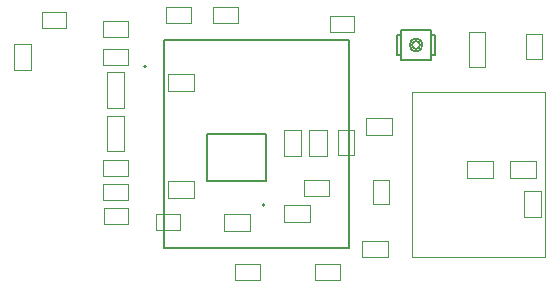
<source format=gbr>
G04*
G04 #@! TF.GenerationSoftware,Altium Limited,Altium Designer,23.0.1 (38)*
G04*
G04 Layer_Color=16711935*
%FSLAX25Y25*%
%MOIN*%
G70*
G04*
G04 #@! TF.SameCoordinates,8F8842E6-A163-4070-9E61-B2F925759E80*
G04*
G04*
G04 #@! TF.FilePolarity,Positive*
G04*
G01*
G75*
%ADD10C,0.00787*%
%ADD13C,0.00500*%
%ADD14C,0.00394*%
D10*
X385752Y229252D02*
G03*
X385752Y229252I-394J0D01*
G01*
X346189Y275402D02*
G03*
X346189Y275402I-394J0D01*
G01*
D13*
X437541Y282539D02*
G03*
X437541Y282539I-1309J0D01*
G01*
X438364D02*
G03*
X438364Y282539I-2171J0D01*
G01*
X386343Y237126D02*
Y252874D01*
X366657Y237126D02*
Y252874D01*
Y237126D02*
X386343D01*
X366657Y252874D02*
X386343D01*
X431075Y277382D02*
Y279075D01*
Y287618D01*
X441311Y277382D02*
Y287618D01*
X441626Y285925D02*
X442374D01*
Y279075D02*
Y285925D01*
X441468Y279075D02*
X442374D01*
X430012D02*
Y285925D01*
X430957D01*
Y285965D01*
X431075Y277382D02*
X441311D01*
X431075Y287618D02*
X441311D01*
X430012Y279075D02*
X431075D01*
X352095Y284260D02*
X413905D01*
Y214968D02*
Y284260D01*
X352095Y214968D02*
X413905D01*
X352095D02*
Y284260D01*
D14*
X353669Y231646D02*
X362331D01*
X353669Y237354D02*
X362331D01*
X353669Y231646D02*
Y237354D01*
X362331Y231646D02*
Y237354D01*
X319634Y288342D02*
Y293657D01*
X311366Y288342D02*
Y293657D01*
Y288342D02*
X319634D01*
X311366Y293657D02*
X319634D01*
X353669Y272854D02*
X362331D01*
X353669Y267146D02*
X362331D01*
Y272854D01*
X353669Y267146D02*
Y272854D01*
X392169Y229354D02*
X400831D01*
X392169Y223646D02*
X400831D01*
Y229354D01*
X392169Y223646D02*
Y229354D01*
X307854Y274169D02*
Y282831D01*
X302146Y274169D02*
Y282831D01*
X307854D01*
X302146Y274169D02*
X307854D01*
X397854Y245669D02*
Y254331D01*
X392146Y245669D02*
Y254331D01*
Y245669D02*
X397854D01*
X392146Y254331D02*
X397854D01*
X406354Y245626D02*
Y254287D01*
X400646Y245626D02*
Y254287D01*
Y245626D02*
X406354D01*
X400646Y254287D02*
X406354D01*
X357634Y220843D02*
Y226157D01*
X349366Y220843D02*
Y226157D01*
X357634D01*
X349366Y220843D02*
X357634D01*
X410343Y245866D02*
X415658D01*
X410343Y254134D02*
X415658D01*
Y245866D02*
Y254134D01*
X410343Y245866D02*
Y254134D01*
X407134Y232343D02*
Y237657D01*
X398866Y232343D02*
Y237657D01*
X407134D01*
X398866Y232343D02*
X407134D01*
X331866Y236157D02*
X340134D01*
X331866Y230842D02*
X340134D01*
X331866D02*
Y236157D01*
X340134Y230842D02*
Y236157D01*
X331866Y238843D02*
X340134D01*
X331866Y244158D02*
X340134D01*
Y238843D02*
Y244158D01*
X331866Y238843D02*
Y244158D01*
X331866Y285343D02*
X340134D01*
X331866Y290657D02*
X340134D01*
Y285343D02*
Y290657D01*
X331866Y285343D02*
Y290657D01*
X332028Y222843D02*
X340295D01*
X332028Y228157D02*
X340295D01*
Y222843D02*
Y228157D01*
X332028Y222843D02*
Y228157D01*
X331866Y275842D02*
Y281157D01*
X340134Y275842D02*
Y281157D01*
X331866D02*
X340134D01*
X331866Y275842D02*
X340134D01*
X375866Y204343D02*
Y209658D01*
X384134Y204343D02*
Y209658D01*
X375866D02*
X384134D01*
X375866Y204343D02*
X384134D01*
X402528Y209658D02*
X410795D01*
X402528Y204343D02*
X410795D01*
X402528D02*
Y209658D01*
X410795Y204343D02*
Y209658D01*
X421842Y229366D02*
X427157D01*
X421842Y237634D02*
X427157D01*
X421842Y229366D02*
Y237634D01*
X427157Y229366D02*
Y237634D01*
X376795Y289843D02*
Y295158D01*
X368528Y289843D02*
Y295158D01*
Y289843D02*
X376795D01*
X368528Y295158D02*
X376795D01*
X352866Y289843D02*
X361134D01*
X352866Y295158D02*
X361134D01*
Y289843D02*
Y295158D01*
X352866Y289843D02*
Y295158D01*
X407366Y292158D02*
X415634D01*
X407366Y286842D02*
X415634D01*
X407366D02*
Y292158D01*
X415634Y286842D02*
Y292158D01*
X472843Y286295D02*
X478158D01*
X472843Y278028D02*
X478158D01*
Y286295D01*
X472843Y278028D02*
Y286295D01*
X453744Y275095D02*
Y286906D01*
X459256Y275095D02*
Y286906D01*
X453744D02*
X459256D01*
X453744Y275095D02*
X459256D01*
X338756Y247094D02*
Y258906D01*
X333244Y247094D02*
Y258906D01*
Y247094D02*
X338756D01*
X333244Y258906D02*
X338756D01*
X333244Y261595D02*
Y273406D01*
X338756Y261595D02*
Y273406D01*
X333244D02*
X338756D01*
X333244Y261595D02*
X338756D01*
X419626Y252646D02*
X428287D01*
X419626Y258354D02*
X428287D01*
X419626Y252646D02*
Y258354D01*
X428287Y252646D02*
Y258354D01*
X372213Y220646D02*
Y226354D01*
X380874Y220646D02*
Y226354D01*
X372213Y220646D02*
X380874D01*
X372213Y226354D02*
X380874D01*
X472146Y225169D02*
X477854D01*
X472146Y233831D02*
X477854D01*
Y225169D02*
Y233831D01*
X472146Y225169D02*
Y233831D01*
X476331Y238146D02*
Y243854D01*
X467669Y238146D02*
Y243854D01*
X476331D01*
X467669Y238146D02*
X476331D01*
X453169Y243854D02*
X461831D01*
X453169Y238146D02*
X461831D01*
Y243854D01*
X453169Y238146D02*
Y243854D01*
X434953Y211713D02*
X479047D01*
X434953D02*
Y266831D01*
X479047D01*
Y211713D02*
Y266831D01*
X426831Y211842D02*
Y217158D01*
X418169Y211842D02*
Y217158D01*
X426831D01*
X418169Y211842D02*
X426831D01*
M02*

</source>
